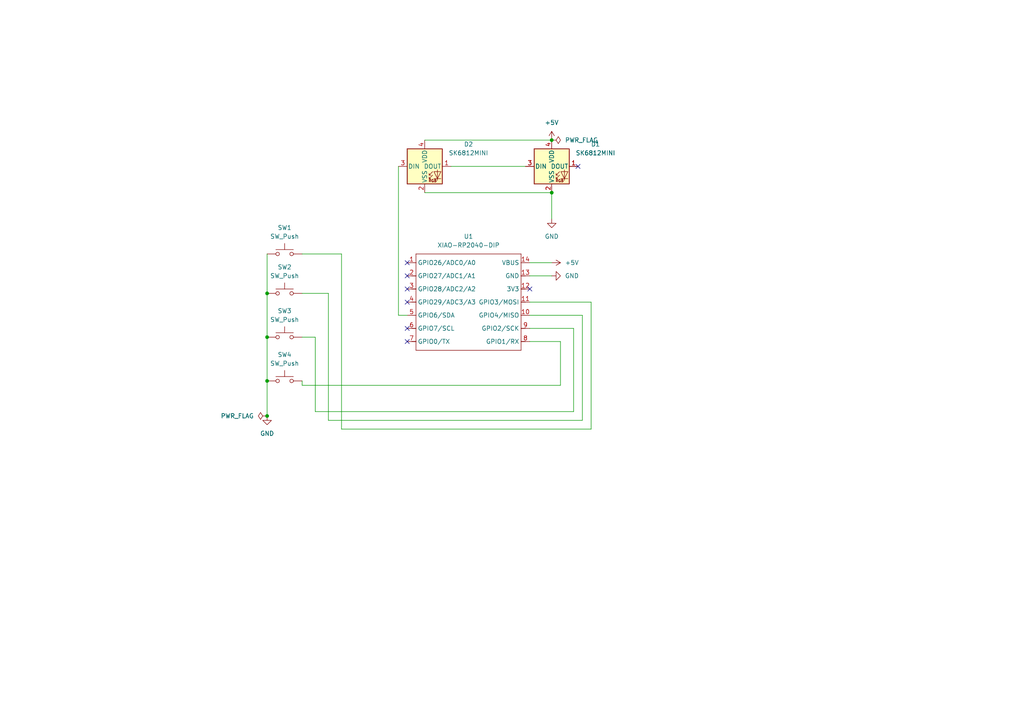
<source format=kicad_sch>
(kicad_sch (version 20250114) (generator "eeschema") (generator_version "9.0")
  (paper "A4")
  (lib_symbols
    (symbol "LED:SK6812MINI" (pin_names (offset 0.254))
      (property "Reference" "D" (at 5.08 5.715 0))
      (property "Value" "SK6812MINI" (at 1.27 -5.715 0))
      (symbol "SK6812MINI_0_0"
        (text "RGB" (at 2.286 -4.191 0) (effects (font (size 0.762 0.762))))
      )
      (symbol "SK6812MINI_0_1"
        (polyline (pts (xy 1.27 -2.54) (xy 1.778 -2.54)))
        (polyline (pts (xy 1.27 -3.556) (xy 1.778 -3.556)))
        (polyline (pts (xy 2.286 -1.524) (xy 1.27 -2.54) (xy 1.27 -2.032)))
        (polyline (pts (xy 2.286 -2.54) (xy 1.27 -3.556) (xy 1.27 -3.048)))
        (polyline (pts (xy 3.683 -1.016) (xy 3.683 -3.556) (xy 3.683 -4.064)))
        (polyline (pts (xy 4.699 -1.524) (xy 2.667 -1.524) (xy 3.683 -3.556) (xy 4.699 -1.524)))
        (polyline (pts (xy 4.699 -3.556) (xy 2.667 -3.556)))
        (rectangle (start 5.08 5.08) (end -5.08 -5.08) (stroke (width 0.254)) (fill (type background)))
      )
      (symbol "SK6812MINI_1_1"
        (pin input line (at -7.62 0 0) (length 2.54) (name "DIN") (number "3"))
        (pin power_in line (at 0 7.62 270) (length 2.54) (name "VDD") (number "4"))
        (pin power_in line (at 0 -7.62 90) (length 2.54) (name "VSS") (number "2"))
        (pin output line (at 7.62 0 180) (length 2.54) (name "DOUT") (number "1"))
      )
    )
    (symbol "OPL_kicad_library:XIAO-RP2040-DIP"
      (property "Reference" "U" (at 0 0 0))
      (property "Value" "XIAO-RP2040-DIP" (at 5.334 -1.778 0))
      (symbol "XIAO-RP2040-DIP_1_0"
        (polyline (pts (xy -1.27 -2.54) (xy 29.21 -2.54)) (stroke (width 0.1524)))
        (polyline (pts (xy -1.27 -5.08) (xy -2.54 -5.08)) (stroke (width 0.1524)))
        (polyline (pts (xy -1.27 -5.08) (xy -1.27 -2.54)) (stroke (width 0.1524)))
        (polyline (pts (xy -1.27 -8.89) (xy -2.54 -8.89)) (stroke (width 0.1524)))
        (polyline (pts (xy -1.27 -8.89) (xy -1.27 -5.08)) (stroke (width 0.1524)))
        (polyline (pts (xy -1.27 -12.7) (xy -2.54 -12.7)) (stroke (width 0.1524)))
        (polyline (pts (xy -1.27 -12.7) (xy -1.27 -8.89)) (stroke (width 0.1524)))
        (polyline (pts (xy -1.27 -16.51) (xy -2.54 -16.51)) (stroke (width 0.1524)))
        (polyline (pts (xy -1.27 -16.51) (xy -1.27 -12.7)) (stroke (width 0.1524)))
        (polyline (pts (xy -1.27 -20.32) (xy -2.54 -20.32)) (stroke (width 0.1524)))
        (polyline (pts (xy -1.27 -24.13) (xy -2.54 -24.13)) (stroke (width 0.1524)))
        (polyline (pts (xy -1.27 -27.94) (xy -2.54 -27.94)) (stroke (width 0.1524)))
        (polyline (pts (xy -1.27 -30.48) (xy -1.27 -16.51)) (stroke (width 0.1524)))
        (polyline (pts (xy 29.21 -2.54) (xy 29.21 -5.08)) (stroke (width 0.1524)))
        (polyline (pts (xy 29.21 -5.08) (xy 29.21 -8.89)) (stroke (width 0.1524)))
        (polyline (pts (xy 29.21 -8.89) (xy 29.21 -12.7)) (stroke (width 0.1524)))
        (polyline (pts (xy 29.21 -12.7) (xy 29.21 -30.48)) (stroke (width 0.1524)))
        (polyline (pts (xy 29.21 -30.48) (xy -1.27 -30.48)) (stroke (width 0.1524)))
        (polyline (pts (xy 30.48 -5.08) (xy 29.21 -5.08)) (stroke (width 0.1524)))
        (polyline (pts (xy 30.48 -8.89) (xy 29.21 -8.89)) (stroke (width 0.1524)))
        (polyline (pts (xy 30.48 -12.7) (xy 29.21 -12.7)) (stroke (width 0.1524)))
        (polyline (pts (xy 30.48 -16.51) (xy 29.21 -16.51)) (stroke (width 0.1524)))
        (polyline (pts (xy 30.48 -20.32) (xy 29.21 -20.32)) (stroke (width 0.1524)))
        (polyline (pts (xy 30.48 -24.13) (xy 29.21 -24.13)) (stroke (width 0.1524)))
        (polyline (pts (xy 30.48 -27.94) (xy 29.21 -27.94)) (stroke (width 0.1524)))
        (pin passive line (at -3.81 -5.08 0) (length 2.54) (name "GPIO26/ADC0/A0") (number "1"))
        (pin passive line (at -3.81 -8.89 0) (length 2.54) (name "GPIO27/ADC1/A1") (number "2"))
        (pin passive line (at -3.81 -12.7 0) (length 2.54) (name "GPIO28/ADC2/A2") (number "3"))
        (pin passive line (at -3.81 -16.51 0) (length 2.54) (name "GPIO29/ADC3/A3") (number "4"))
        (pin passive line (at -3.81 -20.32 0) (length 2.54) (name "GPIO6/SDA") (number "5"))
        (pin passive line (at -3.81 -24.13 0) (length 2.54) (name "GPIO7/SCL") (number "6"))
        (pin passive line (at -3.81 -27.94 0) (length 2.54) (name "GPIO0/TX") (number "7"))
        (pin passive line (at 31.75 -5.08 180) (length 2.54) (name "VBUS") (number "14"))
        (pin passive line (at 31.75 -8.89 180) (length 2.54) (name "GND") (number "13"))
        (pin passive line (at 31.75 -12.7 180) (length 2.54) (name "3V3") (number "12"))
        (pin passive line (at 31.75 -16.51 180) (length 2.54) (name "GPIO3/MOSI") (number "11"))
        (pin passive line (at 31.75 -20.32 180) (length 2.54) (name "GPIO4/MISO") (number "10"))
        (pin passive line (at 31.75 -24.13 180) (length 2.54) (name "GPIO2/SCK") (number "9"))
        (pin passive line (at 31.75 -27.94 180) (length 2.54) (name "GPIO1/RX") (number "8"))
      )
    )
    (symbol "Switch:SW_Push" (pin_numbers (hide yes)) (pin_names (offset 1.016) (hide yes))
      (property "Reference" "SW" (at 1.27 2.54 0))
      (property "Value" "SW_Push" (at 0 -1.524 0))
      (symbol "SW_Push_0_1"
        (circle (center -2.032 0) (radius 0.508))
        (polyline (pts (xy 0 1.27) (xy 0 3.048)))
        (circle (center 2.032 0) (radius 0.508))
        (polyline (pts (xy 2.54 1.27) (xy -2.54 1.27)))
        (pin passive line (at -5.08 0 0) (length 2.54) (name "1") (number "1"))
        (pin passive line (at 5.08 0 180) (length 2.54) (name "2") (number "2"))
      )
    )
    (symbol "power:+5V" (power) (pin_numbers (hide yes)) (pin_names (offset 0) (hide yes))
      (property "Value" "+5V" (at 0 3.556 0))
      (symbol "+5V_0_1"
        (polyline (pts (xy -0.762 1.27) (xy 0 2.54)))
        (polyline (pts (xy 0 2.54) (xy 0.762 1.27)))
        (polyline (pts (xy 0 0) (xy 0 2.54)))
      )
      (symbol "+5V_1_1"
        (pin power_in line (at 0 0 90) (length 0) (name "~") (number "1"))
      )
    )
    (symbol "power:GND" (power) (pin_numbers (hide yes)) (pin_names (offset 0) (hide yes))
      (property "Value" "GND" (at 0 -3.81 0))
      (symbol "GND_0_1"
        (polyline (pts (xy 0 0) (xy 0 -1.27) (xy 1.27 -1.27) (xy 0 -2.54) (xy -1.27 -1.27) (xy 0 -1.27)))
      )
      (symbol "GND_1_1"
        (pin power_in line (at 0 0 270) (length 0) (name "~") (number "1"))
      )
    )
    (symbol "power:PWR_FLAG" (power) (pin_numbers (hide yes)) (pin_names (offset 0) (hide yes))
      (property "Value" "PWR_FLAG" (at 0 3.81 0))
      (symbol "PWR_FLAG_0_0"
        (pin power_out line (at 0 0 90) (length 0) (name "~") (number "1"))
      )
      (symbol "PWR_FLAG_0_1"
        (polyline (pts (xy 0 0) (xy 0 1.27) (xy -1.016 1.905) (xy 0 2.54) (xy 1.016 1.905) (xy 0 1.27)))
      )
    )
  )
  (junction (at 77.47 85.09))
  (junction (at 160.02 55.88))
  (junction (at 77.47 110.49))
  (junction (at 77.47 97.79))
  (junction (at 160.02 40.64))
  (junction (at 77.47 120.65))
  (no_connect (at 118.11 80.01))
  (no_connect (at 118.11 83.82))
  (no_connect (at 118.11 87.63))
  (no_connect (at 118.11 76.2))
  (no_connect (at 167.64 48.26))
  (no_connect (at 118.11 99.06))
  (no_connect (at 118.11 95.25))
  (no_connect (at 153.67 83.82))
  (wire (pts (xy 99.06 73.66) (xy 99.06 124.46)))
  (wire (pts (xy 160.02 55.88) (xy 160.02 63.5)))
  (wire (pts (xy 168.91 121.92) (xy 168.91 91.44)))
  (wire (pts (xy 171.45 87.63) (xy 153.67 87.63)))
  (wire (pts (xy 115.57 91.44) (xy 118.11 91.44)))
  (wire (pts (xy 77.47 110.49) (xy 77.47 120.65)))
  (wire (pts (xy 115.57 48.26) (xy 115.57 91.44)))
  (wire (pts (xy 87.63 111.76) (xy 162.56 111.76)))
  (wire (pts (xy 95.25 85.09) (xy 95.25 121.92)))
  (wire (pts (xy 123.19 40.64) (xy 160.02 40.64)))
  (wire (pts (xy 130.81 48.26) (xy 152.4 48.26)))
  (wire (pts (xy 95.25 121.92) (xy 168.91 121.92)))
  (wire (pts (xy 77.47 73.66) (xy 77.47 85.09)))
  (wire (pts (xy 99.06 124.46) (xy 171.45 124.46)))
  (wire (pts (xy 166.37 119.38) (xy 166.37 95.25)))
  (wire (pts (xy 162.56 99.06) (xy 153.67 99.06)))
  (wire (pts (xy 162.56 111.76) (xy 162.56 99.06)))
  (wire (pts (xy 171.45 124.46) (xy 171.45 87.63)))
  (wire (pts (xy 153.67 76.2) (xy 160.02 76.2)))
  (wire (pts (xy 77.47 97.79) (xy 77.47 110.49)))
  (wire (pts (xy 87.63 85.09) (xy 95.25 85.09)))
  (wire (pts (xy 87.63 110.49) (xy 87.63 111.76)))
  (wire (pts (xy 87.63 73.66) (xy 99.06 73.66)))
  (wire (pts (xy 87.63 97.79) (xy 91.44 97.79)))
  (wire (pts (xy 168.91 91.44) (xy 153.67 91.44)))
  (wire (pts (xy 123.19 55.88) (xy 160.02 55.88)))
  (wire (pts (xy 91.44 97.79) (xy 91.44 119.38)))
  (wire (pts (xy 166.37 95.25) (xy 153.67 95.25)))
  (wire (pts (xy 153.67 80.01) (xy 160.02 80.01)))
  (wire (pts (xy 77.47 85.09) (xy 77.47 97.79)))
  (wire (pts (xy 91.44 119.38) (xy 166.37 119.38)))
  (symbol (lib_id "power:PWR_FLAG") (at 77.47 120.65 90) (unit 1)
    (property "Reference" "#FLG02" (effects (hide yes)))
    (property "Value" "PWR_FLAG" (at 73.66 120.6499 90) (effects (justify left)))
    (property "Description" "Special symbol for telling ERC where power comes from" (effects (hide yes)))
  )
  (symbol (lib_id "power:GND") (at 160.02 80.01 90) (unit 1)
    (property "Reference" "#PWR04" (effects (hide yes)))
    (property "Value" "GND" (at 163.83 80.0099 90) (effects (justify right)))
    (property "Description" "Power symbol creates a global label with name \"GND\" , ground" (effects (hide yes)))
  )
  (symbol (lib_id "power:GND") (at 160.02 63.5 0) (unit 1)
    (property "Reference" "#PWR03" (effects (hide yes)))
    (property "Value" "GND" (at 160.02 68.58 0))
    (property "Description" "Power symbol creates a global label with name \"GND\" , ground" (effects (hide yes)))
  )
  (symbol (lib_id "Switch:SW_Push") (at 82.55 73.66 0) (unit 1)
    (property "Reference" "SW1" (at 82.55 66.04 0))
    (property "Value" "SW_Push" (at 82.55 68.58 0))
    (property "Footprint" "Button_Switch_Keyboard:SW_Cherry_MX_1.00u_PCB" (effects (hide yes)))
    (property "Description" "Push button switch, generic, two pins" (effects (hide yes)))
  )
  (symbol (lib_id "LED:SK6812MINI") (at 123.19 48.26 0) (unit 1)
    (property "Reference" "D2" (at 135.89 41.8398 0))
    (property "Value" "SK6812MINI" (at 135.89 44.3798 0))
    (property "Footprint" "LED_SMD:LED_SK6812MINI_PLCC4_3.5x3.5mm_P1.75mm" (effects (hide yes)))
    (property "Datasheet" "https://cdn-shop.adafruit.com/product-files/2686/SK6812MINI_REV.01-1-2.pdf" (effects (hide yes)))
    (property "Description" "RGB LED with integrated controller" (effects (hide yes)))
  )
  (symbol (lib_id "power:PWR_FLAG") (at 160.02 40.64 270) (unit 1)
    (property "Reference" "#FLG01" (effects (hide yes)))
    (property "Value" "PWR_FLAG" (at 163.83 40.6399 90) (effects (justify left)))
    (property "Description" "Special symbol for telling ERC where power comes from" (effects (hide yes)))
  )
  (symbol (lib_id "LED:SK6812MINI") (at 160.02 48.26 0) (unit 1)
    (property "Reference" "D1" (at 172.72 41.8398 0))
    (property "Value" "SK6812MINI" (at 172.72 44.3798 0))
    (property "Footprint" "LED_SMD:LED_SK6812MINI_PLCC4_3.5x3.5mm_P1.75mm" (effects (hide yes)))
    (property "Datasheet" "https://cdn-shop.adafruit.com/product-files/2686/SK6812MINI_REV.01-1-2.pdf" (effects (hide yes)))
    (property "Description" "RGB LED with integrated controller" (effects (hide yes)))
  )
  (symbol (lib_id "OPL_kicad_library:XIAO-RP2040-DIP") (at 121.92 71.12 0) (unit 1)
    (property "Reference" "U1" (at 135.89 68.58 0))
    (property "Value" "XIAO-RP2040-DIP" (at 135.89 71.12 0))
    (property "Footprint" "OPL_kicad_library:XIAO-RP2040-DIP" (effects (hide yes)))
  )
  (symbol (lib_id "power:GND") (at 77.47 120.65 0) (unit 1)
    (property "Reference" "#PWR01" (effects (hide yes)))
    (property "Value" "GND" (at 77.47 125.73 0))
    (property "Description" "Power symbol creates a global label with name \"GND\" , ground" (effects (hide yes)))
  )
  (symbol (lib_id "power:+5V") (at 160.02 40.64 0) (unit 1)
    (property "Reference" "#PWR02" (effects (hide yes)))
    (property "Value" "+5V" (at 160.02 35.56 0))
    (property "Description" "Power symbol creates a global label with name \"+5V\"" (effects (hide yes)))
  )
  (symbol (lib_id "Switch:SW_Push") (at 82.55 97.79 0) (unit 1)
    (property "Reference" "SW3" (at 82.55 90.17 0))
    (property "Value" "SW_Push" (at 82.55 92.71 0))
    (property "Footprint" "Button_Switch_Keyboard:SW_Cherry_MX_1.00u_PCB" (effects (hide yes)))
    (property "Description" "Push button switch, generic, two pins" (effects (hide yes)))
  )
  (symbol (lib_id "power:+5V") (at 160.02 76.2 270) (unit 1)
    (property "Reference" "#PWR05" (effects (hide yes)))
    (property "Value" "+5V" (at 163.83 76.1999 90) (effects (justify left)))
    (property "Description" "Power symbol creates a global label with name \"+5V\"" (effects (hide yes)))
  )
  (symbol (lib_id "Switch:SW_Push") (at 82.55 110.49 0) (unit 1)
    (property "Reference" "SW4" (at 82.55 102.87 0))
    (property "Value" "SW_Push" (at 82.55 105.41 0))
    (property "Footprint" "Button_Switch_Keyboard:SW_Cherry_MX_1.00u_PCB" (effects (hide yes)))
    (property "Description" "Push button switch, generic, two pins" (effects (hide yes)))
  )
  (symbol (lib_id "Switch:SW_Push") (at 82.55 85.09 0) (unit 1)
    (property "Reference" "SW2" (at 82.55 77.47 0))
    (property "Value" "SW_Push" (at 82.55 80.01 0))
    (property "Footprint" "Button_Switch_Keyboard:SW_Cherry_MX_1.00u_PCB" (effects (hide yes)))
    (property "Description" "Push button switch, generic, two pins" (effects (hide yes)))
  )
)
</source>
